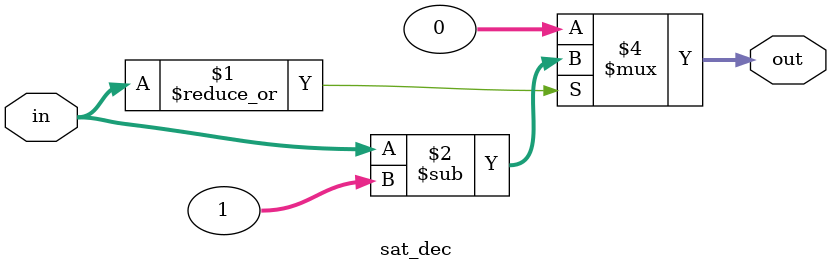
<source format=v>

module sat_dec (
    input [31:0] in,
    output [31:0] out
);

    // Your code here
    assign out = |in?(in-1): 1'b0;


endmodule

</source>
